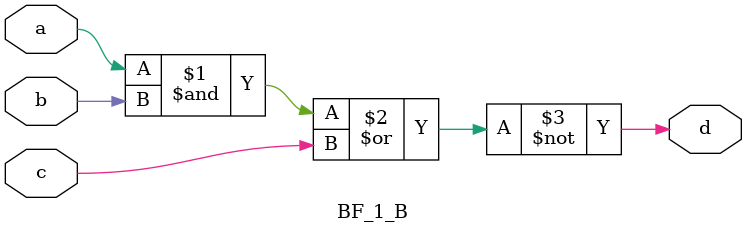
<source format=v>
`timescale 1ns / 1ps

module BF_1_B(
    input a, b, c,
    output d
    );
    
    
    assign d = ~((a & b) | c);
    
endmodule

</source>
